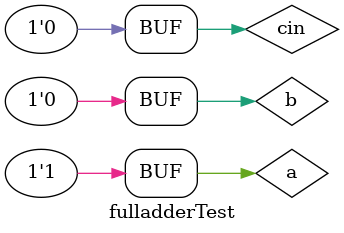
<source format=v>
module fulladder(A,B,CIN,S,COUT);
input A,B,CIN;
output COUT,S;
wire andAB;
wire xorAB;
wire andCxorAB;
and(andAB,A,B);
xor(xorAB,A,B);
and(andCxorAB,xorAB,CIN);
or(COUT,andCxorAB,andAB);
xor(S,A,B,CIN);
 endmodule

 module fulladderTest();
 reg a,b,cin;
 wire s,cout;

 fulladder f1(.A(a),.B(b),.CIN(cin),.S(s),.COUT(cout));
 initial begin
    #0 a=1'b0;b=1'b1;cin=1'b0;
    #100 a=1'b1;b=1'b0;cin=1'b0;
    #100 a=1'b0;b=1'b1;cin=1'b0;
    #100 a=1'b1;b=1'b0;cin=1'b0;
    #100 a=1'b0;b=1'b1;cin=1'b0;
    #100 a=1'b1;b=1'b0;cin=1'b0;

 end

    endmodule
</source>
